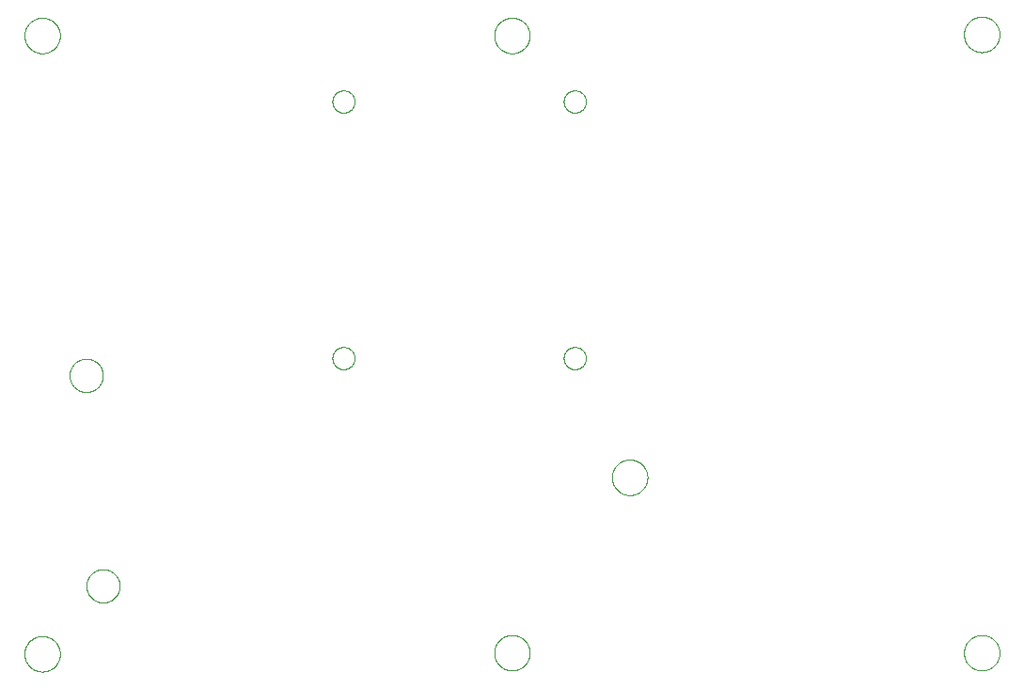
<source format=gbp>
G75*
%MOIN*%
%OFA0B0*%
%FSLAX25Y25*%
%IPPOS*%
%LPD*%
%AMOC8*
5,1,8,0,0,1.08239X$1,22.5*
%
%ADD10C,0.00000*%
D10*
X0040446Y0015423D02*
X0040448Y0015581D01*
X0040454Y0015739D01*
X0040464Y0015897D01*
X0040478Y0016055D01*
X0040496Y0016212D01*
X0040517Y0016369D01*
X0040543Y0016525D01*
X0040573Y0016681D01*
X0040606Y0016836D01*
X0040644Y0016989D01*
X0040685Y0017142D01*
X0040730Y0017294D01*
X0040779Y0017445D01*
X0040832Y0017594D01*
X0040888Y0017742D01*
X0040948Y0017888D01*
X0041012Y0018033D01*
X0041080Y0018176D01*
X0041151Y0018318D01*
X0041225Y0018458D01*
X0041303Y0018595D01*
X0041385Y0018731D01*
X0041469Y0018865D01*
X0041558Y0018996D01*
X0041649Y0019125D01*
X0041744Y0019252D01*
X0041841Y0019377D01*
X0041942Y0019499D01*
X0042046Y0019618D01*
X0042153Y0019735D01*
X0042263Y0019849D01*
X0042376Y0019960D01*
X0042491Y0020069D01*
X0042609Y0020174D01*
X0042730Y0020276D01*
X0042853Y0020376D01*
X0042979Y0020472D01*
X0043107Y0020565D01*
X0043237Y0020655D01*
X0043370Y0020741D01*
X0043505Y0020825D01*
X0043641Y0020904D01*
X0043780Y0020981D01*
X0043921Y0021053D01*
X0044063Y0021123D01*
X0044207Y0021188D01*
X0044353Y0021250D01*
X0044500Y0021308D01*
X0044649Y0021363D01*
X0044799Y0021414D01*
X0044950Y0021461D01*
X0045102Y0021504D01*
X0045255Y0021543D01*
X0045410Y0021579D01*
X0045565Y0021610D01*
X0045721Y0021638D01*
X0045877Y0021662D01*
X0046034Y0021682D01*
X0046192Y0021698D01*
X0046349Y0021710D01*
X0046508Y0021718D01*
X0046666Y0021722D01*
X0046824Y0021722D01*
X0046982Y0021718D01*
X0047141Y0021710D01*
X0047298Y0021698D01*
X0047456Y0021682D01*
X0047613Y0021662D01*
X0047769Y0021638D01*
X0047925Y0021610D01*
X0048080Y0021579D01*
X0048235Y0021543D01*
X0048388Y0021504D01*
X0048540Y0021461D01*
X0048691Y0021414D01*
X0048841Y0021363D01*
X0048990Y0021308D01*
X0049137Y0021250D01*
X0049283Y0021188D01*
X0049427Y0021123D01*
X0049569Y0021053D01*
X0049710Y0020981D01*
X0049849Y0020904D01*
X0049985Y0020825D01*
X0050120Y0020741D01*
X0050253Y0020655D01*
X0050383Y0020565D01*
X0050511Y0020472D01*
X0050637Y0020376D01*
X0050760Y0020276D01*
X0050881Y0020174D01*
X0050999Y0020069D01*
X0051114Y0019960D01*
X0051227Y0019849D01*
X0051337Y0019735D01*
X0051444Y0019618D01*
X0051548Y0019499D01*
X0051649Y0019377D01*
X0051746Y0019252D01*
X0051841Y0019125D01*
X0051932Y0018996D01*
X0052021Y0018865D01*
X0052105Y0018731D01*
X0052187Y0018595D01*
X0052265Y0018458D01*
X0052339Y0018318D01*
X0052410Y0018176D01*
X0052478Y0018033D01*
X0052542Y0017888D01*
X0052602Y0017742D01*
X0052658Y0017594D01*
X0052711Y0017445D01*
X0052760Y0017294D01*
X0052805Y0017142D01*
X0052846Y0016989D01*
X0052884Y0016836D01*
X0052917Y0016681D01*
X0052947Y0016525D01*
X0052973Y0016369D01*
X0052994Y0016212D01*
X0053012Y0016055D01*
X0053026Y0015897D01*
X0053036Y0015739D01*
X0053042Y0015581D01*
X0053044Y0015423D01*
X0053042Y0015265D01*
X0053036Y0015107D01*
X0053026Y0014949D01*
X0053012Y0014791D01*
X0052994Y0014634D01*
X0052973Y0014477D01*
X0052947Y0014321D01*
X0052917Y0014165D01*
X0052884Y0014010D01*
X0052846Y0013857D01*
X0052805Y0013704D01*
X0052760Y0013552D01*
X0052711Y0013401D01*
X0052658Y0013252D01*
X0052602Y0013104D01*
X0052542Y0012958D01*
X0052478Y0012813D01*
X0052410Y0012670D01*
X0052339Y0012528D01*
X0052265Y0012388D01*
X0052187Y0012251D01*
X0052105Y0012115D01*
X0052021Y0011981D01*
X0051932Y0011850D01*
X0051841Y0011721D01*
X0051746Y0011594D01*
X0051649Y0011469D01*
X0051548Y0011347D01*
X0051444Y0011228D01*
X0051337Y0011111D01*
X0051227Y0010997D01*
X0051114Y0010886D01*
X0050999Y0010777D01*
X0050881Y0010672D01*
X0050760Y0010570D01*
X0050637Y0010470D01*
X0050511Y0010374D01*
X0050383Y0010281D01*
X0050253Y0010191D01*
X0050120Y0010105D01*
X0049985Y0010021D01*
X0049849Y0009942D01*
X0049710Y0009865D01*
X0049569Y0009793D01*
X0049427Y0009723D01*
X0049283Y0009658D01*
X0049137Y0009596D01*
X0048990Y0009538D01*
X0048841Y0009483D01*
X0048691Y0009432D01*
X0048540Y0009385D01*
X0048388Y0009342D01*
X0048235Y0009303D01*
X0048080Y0009267D01*
X0047925Y0009236D01*
X0047769Y0009208D01*
X0047613Y0009184D01*
X0047456Y0009164D01*
X0047298Y0009148D01*
X0047141Y0009136D01*
X0046982Y0009128D01*
X0046824Y0009124D01*
X0046666Y0009124D01*
X0046508Y0009128D01*
X0046349Y0009136D01*
X0046192Y0009148D01*
X0046034Y0009164D01*
X0045877Y0009184D01*
X0045721Y0009208D01*
X0045565Y0009236D01*
X0045410Y0009267D01*
X0045255Y0009303D01*
X0045102Y0009342D01*
X0044950Y0009385D01*
X0044799Y0009432D01*
X0044649Y0009483D01*
X0044500Y0009538D01*
X0044353Y0009596D01*
X0044207Y0009658D01*
X0044063Y0009723D01*
X0043921Y0009793D01*
X0043780Y0009865D01*
X0043641Y0009942D01*
X0043505Y0010021D01*
X0043370Y0010105D01*
X0043237Y0010191D01*
X0043107Y0010281D01*
X0042979Y0010374D01*
X0042853Y0010470D01*
X0042730Y0010570D01*
X0042609Y0010672D01*
X0042491Y0010777D01*
X0042376Y0010886D01*
X0042263Y0010997D01*
X0042153Y0011111D01*
X0042046Y0011228D01*
X0041942Y0011347D01*
X0041841Y0011469D01*
X0041744Y0011594D01*
X0041649Y0011721D01*
X0041558Y0011850D01*
X0041469Y0011981D01*
X0041385Y0012115D01*
X0041303Y0012251D01*
X0041225Y0012388D01*
X0041151Y0012528D01*
X0041080Y0012670D01*
X0041012Y0012813D01*
X0040948Y0012958D01*
X0040888Y0013104D01*
X0040832Y0013252D01*
X0040779Y0013401D01*
X0040730Y0013552D01*
X0040685Y0013704D01*
X0040644Y0013857D01*
X0040606Y0014010D01*
X0040573Y0014165D01*
X0040543Y0014321D01*
X0040517Y0014477D01*
X0040496Y0014634D01*
X0040478Y0014791D01*
X0040464Y0014949D01*
X0040454Y0015107D01*
X0040448Y0015265D01*
X0040446Y0015423D01*
X0062404Y0039537D02*
X0062406Y0039690D01*
X0062412Y0039844D01*
X0062422Y0039997D01*
X0062436Y0040149D01*
X0062454Y0040302D01*
X0062476Y0040453D01*
X0062501Y0040604D01*
X0062531Y0040755D01*
X0062565Y0040905D01*
X0062602Y0041053D01*
X0062643Y0041201D01*
X0062688Y0041347D01*
X0062737Y0041493D01*
X0062790Y0041637D01*
X0062846Y0041779D01*
X0062906Y0041920D01*
X0062970Y0042060D01*
X0063037Y0042198D01*
X0063108Y0042334D01*
X0063183Y0042468D01*
X0063260Y0042600D01*
X0063342Y0042730D01*
X0063426Y0042858D01*
X0063514Y0042984D01*
X0063605Y0043107D01*
X0063699Y0043228D01*
X0063797Y0043346D01*
X0063897Y0043462D01*
X0064001Y0043575D01*
X0064107Y0043686D01*
X0064216Y0043794D01*
X0064328Y0043899D01*
X0064442Y0044000D01*
X0064560Y0044099D01*
X0064679Y0044195D01*
X0064801Y0044288D01*
X0064926Y0044377D01*
X0065053Y0044464D01*
X0065182Y0044546D01*
X0065313Y0044626D01*
X0065446Y0044702D01*
X0065581Y0044775D01*
X0065718Y0044844D01*
X0065857Y0044909D01*
X0065997Y0044971D01*
X0066139Y0045029D01*
X0066282Y0045084D01*
X0066427Y0045135D01*
X0066573Y0045182D01*
X0066720Y0045225D01*
X0066868Y0045264D01*
X0067017Y0045300D01*
X0067167Y0045331D01*
X0067318Y0045359D01*
X0067469Y0045383D01*
X0067622Y0045403D01*
X0067774Y0045419D01*
X0067927Y0045431D01*
X0068080Y0045439D01*
X0068233Y0045443D01*
X0068387Y0045443D01*
X0068540Y0045439D01*
X0068693Y0045431D01*
X0068846Y0045419D01*
X0068998Y0045403D01*
X0069151Y0045383D01*
X0069302Y0045359D01*
X0069453Y0045331D01*
X0069603Y0045300D01*
X0069752Y0045264D01*
X0069900Y0045225D01*
X0070047Y0045182D01*
X0070193Y0045135D01*
X0070338Y0045084D01*
X0070481Y0045029D01*
X0070623Y0044971D01*
X0070763Y0044909D01*
X0070902Y0044844D01*
X0071039Y0044775D01*
X0071174Y0044702D01*
X0071307Y0044626D01*
X0071438Y0044546D01*
X0071567Y0044464D01*
X0071694Y0044377D01*
X0071819Y0044288D01*
X0071941Y0044195D01*
X0072060Y0044099D01*
X0072178Y0044000D01*
X0072292Y0043899D01*
X0072404Y0043794D01*
X0072513Y0043686D01*
X0072619Y0043575D01*
X0072723Y0043462D01*
X0072823Y0043346D01*
X0072921Y0043228D01*
X0073015Y0043107D01*
X0073106Y0042984D01*
X0073194Y0042858D01*
X0073278Y0042730D01*
X0073360Y0042600D01*
X0073437Y0042468D01*
X0073512Y0042334D01*
X0073583Y0042198D01*
X0073650Y0042060D01*
X0073714Y0041920D01*
X0073774Y0041779D01*
X0073830Y0041637D01*
X0073883Y0041493D01*
X0073932Y0041347D01*
X0073977Y0041201D01*
X0074018Y0041053D01*
X0074055Y0040905D01*
X0074089Y0040755D01*
X0074119Y0040604D01*
X0074144Y0040453D01*
X0074166Y0040302D01*
X0074184Y0040149D01*
X0074198Y0039997D01*
X0074208Y0039844D01*
X0074214Y0039690D01*
X0074216Y0039537D01*
X0074214Y0039384D01*
X0074208Y0039230D01*
X0074198Y0039077D01*
X0074184Y0038925D01*
X0074166Y0038772D01*
X0074144Y0038621D01*
X0074119Y0038470D01*
X0074089Y0038319D01*
X0074055Y0038169D01*
X0074018Y0038021D01*
X0073977Y0037873D01*
X0073932Y0037727D01*
X0073883Y0037581D01*
X0073830Y0037437D01*
X0073774Y0037295D01*
X0073714Y0037154D01*
X0073650Y0037014D01*
X0073583Y0036876D01*
X0073512Y0036740D01*
X0073437Y0036606D01*
X0073360Y0036474D01*
X0073278Y0036344D01*
X0073194Y0036216D01*
X0073106Y0036090D01*
X0073015Y0035967D01*
X0072921Y0035846D01*
X0072823Y0035728D01*
X0072723Y0035612D01*
X0072619Y0035499D01*
X0072513Y0035388D01*
X0072404Y0035280D01*
X0072292Y0035175D01*
X0072178Y0035074D01*
X0072060Y0034975D01*
X0071941Y0034879D01*
X0071819Y0034786D01*
X0071694Y0034697D01*
X0071567Y0034610D01*
X0071438Y0034528D01*
X0071307Y0034448D01*
X0071174Y0034372D01*
X0071039Y0034299D01*
X0070902Y0034230D01*
X0070763Y0034165D01*
X0070623Y0034103D01*
X0070481Y0034045D01*
X0070338Y0033990D01*
X0070193Y0033939D01*
X0070047Y0033892D01*
X0069900Y0033849D01*
X0069752Y0033810D01*
X0069603Y0033774D01*
X0069453Y0033743D01*
X0069302Y0033715D01*
X0069151Y0033691D01*
X0068998Y0033671D01*
X0068846Y0033655D01*
X0068693Y0033643D01*
X0068540Y0033635D01*
X0068387Y0033631D01*
X0068233Y0033631D01*
X0068080Y0033635D01*
X0067927Y0033643D01*
X0067774Y0033655D01*
X0067622Y0033671D01*
X0067469Y0033691D01*
X0067318Y0033715D01*
X0067167Y0033743D01*
X0067017Y0033774D01*
X0066868Y0033810D01*
X0066720Y0033849D01*
X0066573Y0033892D01*
X0066427Y0033939D01*
X0066282Y0033990D01*
X0066139Y0034045D01*
X0065997Y0034103D01*
X0065857Y0034165D01*
X0065718Y0034230D01*
X0065581Y0034299D01*
X0065446Y0034372D01*
X0065313Y0034448D01*
X0065182Y0034528D01*
X0065053Y0034610D01*
X0064926Y0034697D01*
X0064801Y0034786D01*
X0064679Y0034879D01*
X0064560Y0034975D01*
X0064442Y0035074D01*
X0064328Y0035175D01*
X0064216Y0035280D01*
X0064107Y0035388D01*
X0064001Y0035499D01*
X0063897Y0035612D01*
X0063797Y0035728D01*
X0063699Y0035846D01*
X0063605Y0035967D01*
X0063514Y0036090D01*
X0063426Y0036216D01*
X0063342Y0036344D01*
X0063260Y0036474D01*
X0063183Y0036606D01*
X0063108Y0036740D01*
X0063037Y0036876D01*
X0062970Y0037014D01*
X0062906Y0037154D01*
X0062846Y0037295D01*
X0062790Y0037437D01*
X0062737Y0037581D01*
X0062688Y0037727D01*
X0062643Y0037873D01*
X0062602Y0038021D01*
X0062565Y0038169D01*
X0062531Y0038319D01*
X0062501Y0038470D01*
X0062476Y0038621D01*
X0062454Y0038772D01*
X0062436Y0038925D01*
X0062422Y0039077D01*
X0062412Y0039230D01*
X0062406Y0039384D01*
X0062404Y0039537D01*
X0056469Y0114183D02*
X0056471Y0114336D01*
X0056477Y0114490D01*
X0056487Y0114643D01*
X0056501Y0114795D01*
X0056519Y0114948D01*
X0056541Y0115099D01*
X0056566Y0115250D01*
X0056596Y0115401D01*
X0056630Y0115551D01*
X0056667Y0115699D01*
X0056708Y0115847D01*
X0056753Y0115993D01*
X0056802Y0116139D01*
X0056855Y0116283D01*
X0056911Y0116425D01*
X0056971Y0116566D01*
X0057035Y0116706D01*
X0057102Y0116844D01*
X0057173Y0116980D01*
X0057248Y0117114D01*
X0057325Y0117246D01*
X0057407Y0117376D01*
X0057491Y0117504D01*
X0057579Y0117630D01*
X0057670Y0117753D01*
X0057764Y0117874D01*
X0057862Y0117992D01*
X0057962Y0118108D01*
X0058066Y0118221D01*
X0058172Y0118332D01*
X0058281Y0118440D01*
X0058393Y0118545D01*
X0058507Y0118646D01*
X0058625Y0118745D01*
X0058744Y0118841D01*
X0058866Y0118934D01*
X0058991Y0119023D01*
X0059118Y0119110D01*
X0059247Y0119192D01*
X0059378Y0119272D01*
X0059511Y0119348D01*
X0059646Y0119421D01*
X0059783Y0119490D01*
X0059922Y0119555D01*
X0060062Y0119617D01*
X0060204Y0119675D01*
X0060347Y0119730D01*
X0060492Y0119781D01*
X0060638Y0119828D01*
X0060785Y0119871D01*
X0060933Y0119910D01*
X0061082Y0119946D01*
X0061232Y0119977D01*
X0061383Y0120005D01*
X0061534Y0120029D01*
X0061687Y0120049D01*
X0061839Y0120065D01*
X0061992Y0120077D01*
X0062145Y0120085D01*
X0062298Y0120089D01*
X0062452Y0120089D01*
X0062605Y0120085D01*
X0062758Y0120077D01*
X0062911Y0120065D01*
X0063063Y0120049D01*
X0063216Y0120029D01*
X0063367Y0120005D01*
X0063518Y0119977D01*
X0063668Y0119946D01*
X0063817Y0119910D01*
X0063965Y0119871D01*
X0064112Y0119828D01*
X0064258Y0119781D01*
X0064403Y0119730D01*
X0064546Y0119675D01*
X0064688Y0119617D01*
X0064828Y0119555D01*
X0064967Y0119490D01*
X0065104Y0119421D01*
X0065239Y0119348D01*
X0065372Y0119272D01*
X0065503Y0119192D01*
X0065632Y0119110D01*
X0065759Y0119023D01*
X0065884Y0118934D01*
X0066006Y0118841D01*
X0066125Y0118745D01*
X0066243Y0118646D01*
X0066357Y0118545D01*
X0066469Y0118440D01*
X0066578Y0118332D01*
X0066684Y0118221D01*
X0066788Y0118108D01*
X0066888Y0117992D01*
X0066986Y0117874D01*
X0067080Y0117753D01*
X0067171Y0117630D01*
X0067259Y0117504D01*
X0067343Y0117376D01*
X0067425Y0117246D01*
X0067502Y0117114D01*
X0067577Y0116980D01*
X0067648Y0116844D01*
X0067715Y0116706D01*
X0067779Y0116566D01*
X0067839Y0116425D01*
X0067895Y0116283D01*
X0067948Y0116139D01*
X0067997Y0115993D01*
X0068042Y0115847D01*
X0068083Y0115699D01*
X0068120Y0115551D01*
X0068154Y0115401D01*
X0068184Y0115250D01*
X0068209Y0115099D01*
X0068231Y0114948D01*
X0068249Y0114795D01*
X0068263Y0114643D01*
X0068273Y0114490D01*
X0068279Y0114336D01*
X0068281Y0114183D01*
X0068279Y0114030D01*
X0068273Y0113876D01*
X0068263Y0113723D01*
X0068249Y0113571D01*
X0068231Y0113418D01*
X0068209Y0113267D01*
X0068184Y0113116D01*
X0068154Y0112965D01*
X0068120Y0112815D01*
X0068083Y0112667D01*
X0068042Y0112519D01*
X0067997Y0112373D01*
X0067948Y0112227D01*
X0067895Y0112083D01*
X0067839Y0111941D01*
X0067779Y0111800D01*
X0067715Y0111660D01*
X0067648Y0111522D01*
X0067577Y0111386D01*
X0067502Y0111252D01*
X0067425Y0111120D01*
X0067343Y0110990D01*
X0067259Y0110862D01*
X0067171Y0110736D01*
X0067080Y0110613D01*
X0066986Y0110492D01*
X0066888Y0110374D01*
X0066788Y0110258D01*
X0066684Y0110145D01*
X0066578Y0110034D01*
X0066469Y0109926D01*
X0066357Y0109821D01*
X0066243Y0109720D01*
X0066125Y0109621D01*
X0066006Y0109525D01*
X0065884Y0109432D01*
X0065759Y0109343D01*
X0065632Y0109256D01*
X0065503Y0109174D01*
X0065372Y0109094D01*
X0065239Y0109018D01*
X0065104Y0108945D01*
X0064967Y0108876D01*
X0064828Y0108811D01*
X0064688Y0108749D01*
X0064546Y0108691D01*
X0064403Y0108636D01*
X0064258Y0108585D01*
X0064112Y0108538D01*
X0063965Y0108495D01*
X0063817Y0108456D01*
X0063668Y0108420D01*
X0063518Y0108389D01*
X0063367Y0108361D01*
X0063216Y0108337D01*
X0063063Y0108317D01*
X0062911Y0108301D01*
X0062758Y0108289D01*
X0062605Y0108281D01*
X0062452Y0108277D01*
X0062298Y0108277D01*
X0062145Y0108281D01*
X0061992Y0108289D01*
X0061839Y0108301D01*
X0061687Y0108317D01*
X0061534Y0108337D01*
X0061383Y0108361D01*
X0061232Y0108389D01*
X0061082Y0108420D01*
X0060933Y0108456D01*
X0060785Y0108495D01*
X0060638Y0108538D01*
X0060492Y0108585D01*
X0060347Y0108636D01*
X0060204Y0108691D01*
X0060062Y0108749D01*
X0059922Y0108811D01*
X0059783Y0108876D01*
X0059646Y0108945D01*
X0059511Y0109018D01*
X0059378Y0109094D01*
X0059247Y0109174D01*
X0059118Y0109256D01*
X0058991Y0109343D01*
X0058866Y0109432D01*
X0058744Y0109525D01*
X0058625Y0109621D01*
X0058507Y0109720D01*
X0058393Y0109821D01*
X0058281Y0109926D01*
X0058172Y0110034D01*
X0058066Y0110145D01*
X0057962Y0110258D01*
X0057862Y0110374D01*
X0057764Y0110492D01*
X0057670Y0110613D01*
X0057579Y0110736D01*
X0057491Y0110862D01*
X0057407Y0110990D01*
X0057325Y0111120D01*
X0057248Y0111252D01*
X0057173Y0111386D01*
X0057102Y0111522D01*
X0057035Y0111660D01*
X0056971Y0111800D01*
X0056911Y0111941D01*
X0056855Y0112083D01*
X0056802Y0112227D01*
X0056753Y0112373D01*
X0056708Y0112519D01*
X0056667Y0112667D01*
X0056630Y0112815D01*
X0056596Y0112965D01*
X0056566Y0113116D01*
X0056541Y0113267D01*
X0056519Y0113418D01*
X0056501Y0113571D01*
X0056487Y0113723D01*
X0056477Y0113876D01*
X0056471Y0114030D01*
X0056469Y0114183D01*
X0149623Y0120287D02*
X0149625Y0120412D01*
X0149631Y0120537D01*
X0149641Y0120661D01*
X0149655Y0120785D01*
X0149672Y0120909D01*
X0149694Y0121032D01*
X0149720Y0121154D01*
X0149749Y0121276D01*
X0149782Y0121396D01*
X0149820Y0121515D01*
X0149860Y0121634D01*
X0149905Y0121750D01*
X0149953Y0121865D01*
X0150005Y0121979D01*
X0150061Y0122091D01*
X0150120Y0122201D01*
X0150182Y0122309D01*
X0150248Y0122416D01*
X0150317Y0122520D01*
X0150390Y0122621D01*
X0150465Y0122721D01*
X0150544Y0122818D01*
X0150626Y0122912D01*
X0150711Y0123004D01*
X0150798Y0123093D01*
X0150889Y0123179D01*
X0150982Y0123262D01*
X0151078Y0123343D01*
X0151176Y0123420D01*
X0151276Y0123494D01*
X0151379Y0123565D01*
X0151484Y0123632D01*
X0151592Y0123697D01*
X0151701Y0123757D01*
X0151812Y0123815D01*
X0151925Y0123868D01*
X0152039Y0123918D01*
X0152155Y0123965D01*
X0152272Y0124007D01*
X0152391Y0124046D01*
X0152511Y0124082D01*
X0152632Y0124113D01*
X0152754Y0124141D01*
X0152876Y0124164D01*
X0153000Y0124184D01*
X0153124Y0124200D01*
X0153248Y0124212D01*
X0153373Y0124220D01*
X0153498Y0124224D01*
X0153622Y0124224D01*
X0153747Y0124220D01*
X0153872Y0124212D01*
X0153996Y0124200D01*
X0154120Y0124184D01*
X0154244Y0124164D01*
X0154366Y0124141D01*
X0154488Y0124113D01*
X0154609Y0124082D01*
X0154729Y0124046D01*
X0154848Y0124007D01*
X0154965Y0123965D01*
X0155081Y0123918D01*
X0155195Y0123868D01*
X0155308Y0123815D01*
X0155419Y0123757D01*
X0155529Y0123697D01*
X0155636Y0123632D01*
X0155741Y0123565D01*
X0155844Y0123494D01*
X0155944Y0123420D01*
X0156042Y0123343D01*
X0156138Y0123262D01*
X0156231Y0123179D01*
X0156322Y0123093D01*
X0156409Y0123004D01*
X0156494Y0122912D01*
X0156576Y0122818D01*
X0156655Y0122721D01*
X0156730Y0122621D01*
X0156803Y0122520D01*
X0156872Y0122416D01*
X0156938Y0122309D01*
X0157000Y0122201D01*
X0157059Y0122091D01*
X0157115Y0121979D01*
X0157167Y0121865D01*
X0157215Y0121750D01*
X0157260Y0121634D01*
X0157300Y0121515D01*
X0157338Y0121396D01*
X0157371Y0121276D01*
X0157400Y0121154D01*
X0157426Y0121032D01*
X0157448Y0120909D01*
X0157465Y0120785D01*
X0157479Y0120661D01*
X0157489Y0120537D01*
X0157495Y0120412D01*
X0157497Y0120287D01*
X0157495Y0120162D01*
X0157489Y0120037D01*
X0157479Y0119913D01*
X0157465Y0119789D01*
X0157448Y0119665D01*
X0157426Y0119542D01*
X0157400Y0119420D01*
X0157371Y0119298D01*
X0157338Y0119178D01*
X0157300Y0119059D01*
X0157260Y0118940D01*
X0157215Y0118824D01*
X0157167Y0118709D01*
X0157115Y0118595D01*
X0157059Y0118483D01*
X0157000Y0118373D01*
X0156938Y0118265D01*
X0156872Y0118158D01*
X0156803Y0118054D01*
X0156730Y0117953D01*
X0156655Y0117853D01*
X0156576Y0117756D01*
X0156494Y0117662D01*
X0156409Y0117570D01*
X0156322Y0117481D01*
X0156231Y0117395D01*
X0156138Y0117312D01*
X0156042Y0117231D01*
X0155944Y0117154D01*
X0155844Y0117080D01*
X0155741Y0117009D01*
X0155636Y0116942D01*
X0155528Y0116877D01*
X0155419Y0116817D01*
X0155308Y0116759D01*
X0155195Y0116706D01*
X0155081Y0116656D01*
X0154965Y0116609D01*
X0154848Y0116567D01*
X0154729Y0116528D01*
X0154609Y0116492D01*
X0154488Y0116461D01*
X0154366Y0116433D01*
X0154244Y0116410D01*
X0154120Y0116390D01*
X0153996Y0116374D01*
X0153872Y0116362D01*
X0153747Y0116354D01*
X0153622Y0116350D01*
X0153498Y0116350D01*
X0153373Y0116354D01*
X0153248Y0116362D01*
X0153124Y0116374D01*
X0153000Y0116390D01*
X0152876Y0116410D01*
X0152754Y0116433D01*
X0152632Y0116461D01*
X0152511Y0116492D01*
X0152391Y0116528D01*
X0152272Y0116567D01*
X0152155Y0116609D01*
X0152039Y0116656D01*
X0151925Y0116706D01*
X0151812Y0116759D01*
X0151701Y0116817D01*
X0151591Y0116877D01*
X0151484Y0116942D01*
X0151379Y0117009D01*
X0151276Y0117080D01*
X0151176Y0117154D01*
X0151078Y0117231D01*
X0150982Y0117312D01*
X0150889Y0117395D01*
X0150798Y0117481D01*
X0150711Y0117570D01*
X0150626Y0117662D01*
X0150544Y0117756D01*
X0150465Y0117853D01*
X0150390Y0117953D01*
X0150317Y0118054D01*
X0150248Y0118158D01*
X0150182Y0118265D01*
X0150120Y0118373D01*
X0150061Y0118483D01*
X0150005Y0118595D01*
X0149953Y0118709D01*
X0149905Y0118824D01*
X0149860Y0118940D01*
X0149820Y0119059D01*
X0149782Y0119178D01*
X0149749Y0119298D01*
X0149720Y0119420D01*
X0149694Y0119542D01*
X0149672Y0119665D01*
X0149655Y0119789D01*
X0149641Y0119913D01*
X0149631Y0120037D01*
X0149625Y0120162D01*
X0149623Y0120287D01*
X0231623Y0120287D02*
X0231625Y0120412D01*
X0231631Y0120537D01*
X0231641Y0120661D01*
X0231655Y0120785D01*
X0231672Y0120909D01*
X0231694Y0121032D01*
X0231720Y0121154D01*
X0231749Y0121276D01*
X0231782Y0121396D01*
X0231820Y0121515D01*
X0231860Y0121634D01*
X0231905Y0121750D01*
X0231953Y0121865D01*
X0232005Y0121979D01*
X0232061Y0122091D01*
X0232120Y0122201D01*
X0232182Y0122309D01*
X0232248Y0122416D01*
X0232317Y0122520D01*
X0232390Y0122621D01*
X0232465Y0122721D01*
X0232544Y0122818D01*
X0232626Y0122912D01*
X0232711Y0123004D01*
X0232798Y0123093D01*
X0232889Y0123179D01*
X0232982Y0123262D01*
X0233078Y0123343D01*
X0233176Y0123420D01*
X0233276Y0123494D01*
X0233379Y0123565D01*
X0233484Y0123632D01*
X0233592Y0123697D01*
X0233701Y0123757D01*
X0233812Y0123815D01*
X0233925Y0123868D01*
X0234039Y0123918D01*
X0234155Y0123965D01*
X0234272Y0124007D01*
X0234391Y0124046D01*
X0234511Y0124082D01*
X0234632Y0124113D01*
X0234754Y0124141D01*
X0234876Y0124164D01*
X0235000Y0124184D01*
X0235124Y0124200D01*
X0235248Y0124212D01*
X0235373Y0124220D01*
X0235498Y0124224D01*
X0235622Y0124224D01*
X0235747Y0124220D01*
X0235872Y0124212D01*
X0235996Y0124200D01*
X0236120Y0124184D01*
X0236244Y0124164D01*
X0236366Y0124141D01*
X0236488Y0124113D01*
X0236609Y0124082D01*
X0236729Y0124046D01*
X0236848Y0124007D01*
X0236965Y0123965D01*
X0237081Y0123918D01*
X0237195Y0123868D01*
X0237308Y0123815D01*
X0237419Y0123757D01*
X0237529Y0123697D01*
X0237636Y0123632D01*
X0237741Y0123565D01*
X0237844Y0123494D01*
X0237944Y0123420D01*
X0238042Y0123343D01*
X0238138Y0123262D01*
X0238231Y0123179D01*
X0238322Y0123093D01*
X0238409Y0123004D01*
X0238494Y0122912D01*
X0238576Y0122818D01*
X0238655Y0122721D01*
X0238730Y0122621D01*
X0238803Y0122520D01*
X0238872Y0122416D01*
X0238938Y0122309D01*
X0239000Y0122201D01*
X0239059Y0122091D01*
X0239115Y0121979D01*
X0239167Y0121865D01*
X0239215Y0121750D01*
X0239260Y0121634D01*
X0239300Y0121515D01*
X0239338Y0121396D01*
X0239371Y0121276D01*
X0239400Y0121154D01*
X0239426Y0121032D01*
X0239448Y0120909D01*
X0239465Y0120785D01*
X0239479Y0120661D01*
X0239489Y0120537D01*
X0239495Y0120412D01*
X0239497Y0120287D01*
X0239495Y0120162D01*
X0239489Y0120037D01*
X0239479Y0119913D01*
X0239465Y0119789D01*
X0239448Y0119665D01*
X0239426Y0119542D01*
X0239400Y0119420D01*
X0239371Y0119298D01*
X0239338Y0119178D01*
X0239300Y0119059D01*
X0239260Y0118940D01*
X0239215Y0118824D01*
X0239167Y0118709D01*
X0239115Y0118595D01*
X0239059Y0118483D01*
X0239000Y0118373D01*
X0238938Y0118265D01*
X0238872Y0118158D01*
X0238803Y0118054D01*
X0238730Y0117953D01*
X0238655Y0117853D01*
X0238576Y0117756D01*
X0238494Y0117662D01*
X0238409Y0117570D01*
X0238322Y0117481D01*
X0238231Y0117395D01*
X0238138Y0117312D01*
X0238042Y0117231D01*
X0237944Y0117154D01*
X0237844Y0117080D01*
X0237741Y0117009D01*
X0237636Y0116942D01*
X0237528Y0116877D01*
X0237419Y0116817D01*
X0237308Y0116759D01*
X0237195Y0116706D01*
X0237081Y0116656D01*
X0236965Y0116609D01*
X0236848Y0116567D01*
X0236729Y0116528D01*
X0236609Y0116492D01*
X0236488Y0116461D01*
X0236366Y0116433D01*
X0236244Y0116410D01*
X0236120Y0116390D01*
X0235996Y0116374D01*
X0235872Y0116362D01*
X0235747Y0116354D01*
X0235622Y0116350D01*
X0235498Y0116350D01*
X0235373Y0116354D01*
X0235248Y0116362D01*
X0235124Y0116374D01*
X0235000Y0116390D01*
X0234876Y0116410D01*
X0234754Y0116433D01*
X0234632Y0116461D01*
X0234511Y0116492D01*
X0234391Y0116528D01*
X0234272Y0116567D01*
X0234155Y0116609D01*
X0234039Y0116656D01*
X0233925Y0116706D01*
X0233812Y0116759D01*
X0233701Y0116817D01*
X0233591Y0116877D01*
X0233484Y0116942D01*
X0233379Y0117009D01*
X0233276Y0117080D01*
X0233176Y0117154D01*
X0233078Y0117231D01*
X0232982Y0117312D01*
X0232889Y0117395D01*
X0232798Y0117481D01*
X0232711Y0117570D01*
X0232626Y0117662D01*
X0232544Y0117756D01*
X0232465Y0117853D01*
X0232390Y0117953D01*
X0232317Y0118054D01*
X0232248Y0118158D01*
X0232182Y0118265D01*
X0232120Y0118373D01*
X0232061Y0118483D01*
X0232005Y0118595D01*
X0231953Y0118709D01*
X0231905Y0118824D01*
X0231860Y0118940D01*
X0231820Y0119059D01*
X0231782Y0119178D01*
X0231749Y0119298D01*
X0231720Y0119420D01*
X0231694Y0119542D01*
X0231672Y0119665D01*
X0231655Y0119789D01*
X0231641Y0119913D01*
X0231631Y0120037D01*
X0231625Y0120162D01*
X0231623Y0120287D01*
X0248714Y0078022D02*
X0248716Y0078180D01*
X0248722Y0078338D01*
X0248732Y0078496D01*
X0248746Y0078654D01*
X0248764Y0078811D01*
X0248785Y0078968D01*
X0248811Y0079124D01*
X0248841Y0079280D01*
X0248874Y0079435D01*
X0248912Y0079588D01*
X0248953Y0079741D01*
X0248998Y0079893D01*
X0249047Y0080044D01*
X0249100Y0080193D01*
X0249156Y0080341D01*
X0249216Y0080487D01*
X0249280Y0080632D01*
X0249348Y0080775D01*
X0249419Y0080917D01*
X0249493Y0081057D01*
X0249571Y0081194D01*
X0249653Y0081330D01*
X0249737Y0081464D01*
X0249826Y0081595D01*
X0249917Y0081724D01*
X0250012Y0081851D01*
X0250109Y0081976D01*
X0250210Y0082098D01*
X0250314Y0082217D01*
X0250421Y0082334D01*
X0250531Y0082448D01*
X0250644Y0082559D01*
X0250759Y0082668D01*
X0250877Y0082773D01*
X0250998Y0082875D01*
X0251121Y0082975D01*
X0251247Y0083071D01*
X0251375Y0083164D01*
X0251505Y0083254D01*
X0251638Y0083340D01*
X0251773Y0083424D01*
X0251909Y0083503D01*
X0252048Y0083580D01*
X0252189Y0083652D01*
X0252331Y0083722D01*
X0252475Y0083787D01*
X0252621Y0083849D01*
X0252768Y0083907D01*
X0252917Y0083962D01*
X0253067Y0084013D01*
X0253218Y0084060D01*
X0253370Y0084103D01*
X0253523Y0084142D01*
X0253678Y0084178D01*
X0253833Y0084209D01*
X0253989Y0084237D01*
X0254145Y0084261D01*
X0254302Y0084281D01*
X0254460Y0084297D01*
X0254617Y0084309D01*
X0254776Y0084317D01*
X0254934Y0084321D01*
X0255092Y0084321D01*
X0255250Y0084317D01*
X0255409Y0084309D01*
X0255566Y0084297D01*
X0255724Y0084281D01*
X0255881Y0084261D01*
X0256037Y0084237D01*
X0256193Y0084209D01*
X0256348Y0084178D01*
X0256503Y0084142D01*
X0256656Y0084103D01*
X0256808Y0084060D01*
X0256959Y0084013D01*
X0257109Y0083962D01*
X0257258Y0083907D01*
X0257405Y0083849D01*
X0257551Y0083787D01*
X0257695Y0083722D01*
X0257837Y0083652D01*
X0257978Y0083580D01*
X0258117Y0083503D01*
X0258253Y0083424D01*
X0258388Y0083340D01*
X0258521Y0083254D01*
X0258651Y0083164D01*
X0258779Y0083071D01*
X0258905Y0082975D01*
X0259028Y0082875D01*
X0259149Y0082773D01*
X0259267Y0082668D01*
X0259382Y0082559D01*
X0259495Y0082448D01*
X0259605Y0082334D01*
X0259712Y0082217D01*
X0259816Y0082098D01*
X0259917Y0081976D01*
X0260014Y0081851D01*
X0260109Y0081724D01*
X0260200Y0081595D01*
X0260289Y0081464D01*
X0260373Y0081330D01*
X0260455Y0081194D01*
X0260533Y0081057D01*
X0260607Y0080917D01*
X0260678Y0080775D01*
X0260746Y0080632D01*
X0260810Y0080487D01*
X0260870Y0080341D01*
X0260926Y0080193D01*
X0260979Y0080044D01*
X0261028Y0079893D01*
X0261073Y0079741D01*
X0261114Y0079588D01*
X0261152Y0079435D01*
X0261185Y0079280D01*
X0261215Y0079124D01*
X0261241Y0078968D01*
X0261262Y0078811D01*
X0261280Y0078654D01*
X0261294Y0078496D01*
X0261304Y0078338D01*
X0261310Y0078180D01*
X0261312Y0078022D01*
X0261310Y0077864D01*
X0261304Y0077706D01*
X0261294Y0077548D01*
X0261280Y0077390D01*
X0261262Y0077233D01*
X0261241Y0077076D01*
X0261215Y0076920D01*
X0261185Y0076764D01*
X0261152Y0076609D01*
X0261114Y0076456D01*
X0261073Y0076303D01*
X0261028Y0076151D01*
X0260979Y0076000D01*
X0260926Y0075851D01*
X0260870Y0075703D01*
X0260810Y0075557D01*
X0260746Y0075412D01*
X0260678Y0075269D01*
X0260607Y0075127D01*
X0260533Y0074987D01*
X0260455Y0074850D01*
X0260373Y0074714D01*
X0260289Y0074580D01*
X0260200Y0074449D01*
X0260109Y0074320D01*
X0260014Y0074193D01*
X0259917Y0074068D01*
X0259816Y0073946D01*
X0259712Y0073827D01*
X0259605Y0073710D01*
X0259495Y0073596D01*
X0259382Y0073485D01*
X0259267Y0073376D01*
X0259149Y0073271D01*
X0259028Y0073169D01*
X0258905Y0073069D01*
X0258779Y0072973D01*
X0258651Y0072880D01*
X0258521Y0072790D01*
X0258388Y0072704D01*
X0258253Y0072620D01*
X0258117Y0072541D01*
X0257978Y0072464D01*
X0257837Y0072392D01*
X0257695Y0072322D01*
X0257551Y0072257D01*
X0257405Y0072195D01*
X0257258Y0072137D01*
X0257109Y0072082D01*
X0256959Y0072031D01*
X0256808Y0071984D01*
X0256656Y0071941D01*
X0256503Y0071902D01*
X0256348Y0071866D01*
X0256193Y0071835D01*
X0256037Y0071807D01*
X0255881Y0071783D01*
X0255724Y0071763D01*
X0255566Y0071747D01*
X0255409Y0071735D01*
X0255250Y0071727D01*
X0255092Y0071723D01*
X0254934Y0071723D01*
X0254776Y0071727D01*
X0254617Y0071735D01*
X0254460Y0071747D01*
X0254302Y0071763D01*
X0254145Y0071783D01*
X0253989Y0071807D01*
X0253833Y0071835D01*
X0253678Y0071866D01*
X0253523Y0071902D01*
X0253370Y0071941D01*
X0253218Y0071984D01*
X0253067Y0072031D01*
X0252917Y0072082D01*
X0252768Y0072137D01*
X0252621Y0072195D01*
X0252475Y0072257D01*
X0252331Y0072322D01*
X0252189Y0072392D01*
X0252048Y0072464D01*
X0251909Y0072541D01*
X0251773Y0072620D01*
X0251638Y0072704D01*
X0251505Y0072790D01*
X0251375Y0072880D01*
X0251247Y0072973D01*
X0251121Y0073069D01*
X0250998Y0073169D01*
X0250877Y0073271D01*
X0250759Y0073376D01*
X0250644Y0073485D01*
X0250531Y0073596D01*
X0250421Y0073710D01*
X0250314Y0073827D01*
X0250210Y0073946D01*
X0250109Y0074068D01*
X0250012Y0074193D01*
X0249917Y0074320D01*
X0249826Y0074449D01*
X0249737Y0074580D01*
X0249653Y0074714D01*
X0249571Y0074850D01*
X0249493Y0074987D01*
X0249419Y0075127D01*
X0249348Y0075269D01*
X0249280Y0075412D01*
X0249216Y0075557D01*
X0249156Y0075703D01*
X0249100Y0075851D01*
X0249047Y0076000D01*
X0248998Y0076151D01*
X0248953Y0076303D01*
X0248912Y0076456D01*
X0248874Y0076609D01*
X0248841Y0076764D01*
X0248811Y0076920D01*
X0248785Y0077076D01*
X0248764Y0077233D01*
X0248746Y0077390D01*
X0248732Y0077548D01*
X0248722Y0077706D01*
X0248716Y0077864D01*
X0248714Y0078022D01*
X0206981Y0015817D02*
X0206983Y0015975D01*
X0206989Y0016133D01*
X0206999Y0016291D01*
X0207013Y0016449D01*
X0207031Y0016606D01*
X0207052Y0016763D01*
X0207078Y0016919D01*
X0207108Y0017075D01*
X0207141Y0017230D01*
X0207179Y0017383D01*
X0207220Y0017536D01*
X0207265Y0017688D01*
X0207314Y0017839D01*
X0207367Y0017988D01*
X0207423Y0018136D01*
X0207483Y0018282D01*
X0207547Y0018427D01*
X0207615Y0018570D01*
X0207686Y0018712D01*
X0207760Y0018852D01*
X0207838Y0018989D01*
X0207920Y0019125D01*
X0208004Y0019259D01*
X0208093Y0019390D01*
X0208184Y0019519D01*
X0208279Y0019646D01*
X0208376Y0019771D01*
X0208477Y0019893D01*
X0208581Y0020012D01*
X0208688Y0020129D01*
X0208798Y0020243D01*
X0208911Y0020354D01*
X0209026Y0020463D01*
X0209144Y0020568D01*
X0209265Y0020670D01*
X0209388Y0020770D01*
X0209514Y0020866D01*
X0209642Y0020959D01*
X0209772Y0021049D01*
X0209905Y0021135D01*
X0210040Y0021219D01*
X0210176Y0021298D01*
X0210315Y0021375D01*
X0210456Y0021447D01*
X0210598Y0021517D01*
X0210742Y0021582D01*
X0210888Y0021644D01*
X0211035Y0021702D01*
X0211184Y0021757D01*
X0211334Y0021808D01*
X0211485Y0021855D01*
X0211637Y0021898D01*
X0211790Y0021937D01*
X0211945Y0021973D01*
X0212100Y0022004D01*
X0212256Y0022032D01*
X0212412Y0022056D01*
X0212569Y0022076D01*
X0212727Y0022092D01*
X0212884Y0022104D01*
X0213043Y0022112D01*
X0213201Y0022116D01*
X0213359Y0022116D01*
X0213517Y0022112D01*
X0213676Y0022104D01*
X0213833Y0022092D01*
X0213991Y0022076D01*
X0214148Y0022056D01*
X0214304Y0022032D01*
X0214460Y0022004D01*
X0214615Y0021973D01*
X0214770Y0021937D01*
X0214923Y0021898D01*
X0215075Y0021855D01*
X0215226Y0021808D01*
X0215376Y0021757D01*
X0215525Y0021702D01*
X0215672Y0021644D01*
X0215818Y0021582D01*
X0215962Y0021517D01*
X0216104Y0021447D01*
X0216245Y0021375D01*
X0216384Y0021298D01*
X0216520Y0021219D01*
X0216655Y0021135D01*
X0216788Y0021049D01*
X0216918Y0020959D01*
X0217046Y0020866D01*
X0217172Y0020770D01*
X0217295Y0020670D01*
X0217416Y0020568D01*
X0217534Y0020463D01*
X0217649Y0020354D01*
X0217762Y0020243D01*
X0217872Y0020129D01*
X0217979Y0020012D01*
X0218083Y0019893D01*
X0218184Y0019771D01*
X0218281Y0019646D01*
X0218376Y0019519D01*
X0218467Y0019390D01*
X0218556Y0019259D01*
X0218640Y0019125D01*
X0218722Y0018989D01*
X0218800Y0018852D01*
X0218874Y0018712D01*
X0218945Y0018570D01*
X0219013Y0018427D01*
X0219077Y0018282D01*
X0219137Y0018136D01*
X0219193Y0017988D01*
X0219246Y0017839D01*
X0219295Y0017688D01*
X0219340Y0017536D01*
X0219381Y0017383D01*
X0219419Y0017230D01*
X0219452Y0017075D01*
X0219482Y0016919D01*
X0219508Y0016763D01*
X0219529Y0016606D01*
X0219547Y0016449D01*
X0219561Y0016291D01*
X0219571Y0016133D01*
X0219577Y0015975D01*
X0219579Y0015817D01*
X0219577Y0015659D01*
X0219571Y0015501D01*
X0219561Y0015343D01*
X0219547Y0015185D01*
X0219529Y0015028D01*
X0219508Y0014871D01*
X0219482Y0014715D01*
X0219452Y0014559D01*
X0219419Y0014404D01*
X0219381Y0014251D01*
X0219340Y0014098D01*
X0219295Y0013946D01*
X0219246Y0013795D01*
X0219193Y0013646D01*
X0219137Y0013498D01*
X0219077Y0013352D01*
X0219013Y0013207D01*
X0218945Y0013064D01*
X0218874Y0012922D01*
X0218800Y0012782D01*
X0218722Y0012645D01*
X0218640Y0012509D01*
X0218556Y0012375D01*
X0218467Y0012244D01*
X0218376Y0012115D01*
X0218281Y0011988D01*
X0218184Y0011863D01*
X0218083Y0011741D01*
X0217979Y0011622D01*
X0217872Y0011505D01*
X0217762Y0011391D01*
X0217649Y0011280D01*
X0217534Y0011171D01*
X0217416Y0011066D01*
X0217295Y0010964D01*
X0217172Y0010864D01*
X0217046Y0010768D01*
X0216918Y0010675D01*
X0216788Y0010585D01*
X0216655Y0010499D01*
X0216520Y0010415D01*
X0216384Y0010336D01*
X0216245Y0010259D01*
X0216104Y0010187D01*
X0215962Y0010117D01*
X0215818Y0010052D01*
X0215672Y0009990D01*
X0215525Y0009932D01*
X0215376Y0009877D01*
X0215226Y0009826D01*
X0215075Y0009779D01*
X0214923Y0009736D01*
X0214770Y0009697D01*
X0214615Y0009661D01*
X0214460Y0009630D01*
X0214304Y0009602D01*
X0214148Y0009578D01*
X0213991Y0009558D01*
X0213833Y0009542D01*
X0213676Y0009530D01*
X0213517Y0009522D01*
X0213359Y0009518D01*
X0213201Y0009518D01*
X0213043Y0009522D01*
X0212884Y0009530D01*
X0212727Y0009542D01*
X0212569Y0009558D01*
X0212412Y0009578D01*
X0212256Y0009602D01*
X0212100Y0009630D01*
X0211945Y0009661D01*
X0211790Y0009697D01*
X0211637Y0009736D01*
X0211485Y0009779D01*
X0211334Y0009826D01*
X0211184Y0009877D01*
X0211035Y0009932D01*
X0210888Y0009990D01*
X0210742Y0010052D01*
X0210598Y0010117D01*
X0210456Y0010187D01*
X0210315Y0010259D01*
X0210176Y0010336D01*
X0210040Y0010415D01*
X0209905Y0010499D01*
X0209772Y0010585D01*
X0209642Y0010675D01*
X0209514Y0010768D01*
X0209388Y0010864D01*
X0209265Y0010964D01*
X0209144Y0011066D01*
X0209026Y0011171D01*
X0208911Y0011280D01*
X0208798Y0011391D01*
X0208688Y0011505D01*
X0208581Y0011622D01*
X0208477Y0011741D01*
X0208376Y0011863D01*
X0208279Y0011988D01*
X0208184Y0012115D01*
X0208093Y0012244D01*
X0208004Y0012375D01*
X0207920Y0012509D01*
X0207838Y0012645D01*
X0207760Y0012782D01*
X0207686Y0012922D01*
X0207615Y0013064D01*
X0207547Y0013207D01*
X0207483Y0013352D01*
X0207423Y0013498D01*
X0207367Y0013646D01*
X0207314Y0013795D01*
X0207265Y0013946D01*
X0207220Y0014098D01*
X0207179Y0014251D01*
X0207141Y0014404D01*
X0207108Y0014559D01*
X0207078Y0014715D01*
X0207052Y0014871D01*
X0207031Y0015028D01*
X0207013Y0015185D01*
X0206999Y0015343D01*
X0206989Y0015501D01*
X0206983Y0015659D01*
X0206981Y0015817D01*
X0373517Y0015817D02*
X0373519Y0015975D01*
X0373525Y0016133D01*
X0373535Y0016291D01*
X0373549Y0016449D01*
X0373567Y0016606D01*
X0373588Y0016763D01*
X0373614Y0016919D01*
X0373644Y0017075D01*
X0373677Y0017230D01*
X0373715Y0017383D01*
X0373756Y0017536D01*
X0373801Y0017688D01*
X0373850Y0017839D01*
X0373903Y0017988D01*
X0373959Y0018136D01*
X0374019Y0018282D01*
X0374083Y0018427D01*
X0374151Y0018570D01*
X0374222Y0018712D01*
X0374296Y0018852D01*
X0374374Y0018989D01*
X0374456Y0019125D01*
X0374540Y0019259D01*
X0374629Y0019390D01*
X0374720Y0019519D01*
X0374815Y0019646D01*
X0374912Y0019771D01*
X0375013Y0019893D01*
X0375117Y0020012D01*
X0375224Y0020129D01*
X0375334Y0020243D01*
X0375447Y0020354D01*
X0375562Y0020463D01*
X0375680Y0020568D01*
X0375801Y0020670D01*
X0375924Y0020770D01*
X0376050Y0020866D01*
X0376178Y0020959D01*
X0376308Y0021049D01*
X0376441Y0021135D01*
X0376576Y0021219D01*
X0376712Y0021298D01*
X0376851Y0021375D01*
X0376992Y0021447D01*
X0377134Y0021517D01*
X0377278Y0021582D01*
X0377424Y0021644D01*
X0377571Y0021702D01*
X0377720Y0021757D01*
X0377870Y0021808D01*
X0378021Y0021855D01*
X0378173Y0021898D01*
X0378326Y0021937D01*
X0378481Y0021973D01*
X0378636Y0022004D01*
X0378792Y0022032D01*
X0378948Y0022056D01*
X0379105Y0022076D01*
X0379263Y0022092D01*
X0379420Y0022104D01*
X0379579Y0022112D01*
X0379737Y0022116D01*
X0379895Y0022116D01*
X0380053Y0022112D01*
X0380212Y0022104D01*
X0380369Y0022092D01*
X0380527Y0022076D01*
X0380684Y0022056D01*
X0380840Y0022032D01*
X0380996Y0022004D01*
X0381151Y0021973D01*
X0381306Y0021937D01*
X0381459Y0021898D01*
X0381611Y0021855D01*
X0381762Y0021808D01*
X0381912Y0021757D01*
X0382061Y0021702D01*
X0382208Y0021644D01*
X0382354Y0021582D01*
X0382498Y0021517D01*
X0382640Y0021447D01*
X0382781Y0021375D01*
X0382920Y0021298D01*
X0383056Y0021219D01*
X0383191Y0021135D01*
X0383324Y0021049D01*
X0383454Y0020959D01*
X0383582Y0020866D01*
X0383708Y0020770D01*
X0383831Y0020670D01*
X0383952Y0020568D01*
X0384070Y0020463D01*
X0384185Y0020354D01*
X0384298Y0020243D01*
X0384408Y0020129D01*
X0384515Y0020012D01*
X0384619Y0019893D01*
X0384720Y0019771D01*
X0384817Y0019646D01*
X0384912Y0019519D01*
X0385003Y0019390D01*
X0385092Y0019259D01*
X0385176Y0019125D01*
X0385258Y0018989D01*
X0385336Y0018852D01*
X0385410Y0018712D01*
X0385481Y0018570D01*
X0385549Y0018427D01*
X0385613Y0018282D01*
X0385673Y0018136D01*
X0385729Y0017988D01*
X0385782Y0017839D01*
X0385831Y0017688D01*
X0385876Y0017536D01*
X0385917Y0017383D01*
X0385955Y0017230D01*
X0385988Y0017075D01*
X0386018Y0016919D01*
X0386044Y0016763D01*
X0386065Y0016606D01*
X0386083Y0016449D01*
X0386097Y0016291D01*
X0386107Y0016133D01*
X0386113Y0015975D01*
X0386115Y0015817D01*
X0386113Y0015659D01*
X0386107Y0015501D01*
X0386097Y0015343D01*
X0386083Y0015185D01*
X0386065Y0015028D01*
X0386044Y0014871D01*
X0386018Y0014715D01*
X0385988Y0014559D01*
X0385955Y0014404D01*
X0385917Y0014251D01*
X0385876Y0014098D01*
X0385831Y0013946D01*
X0385782Y0013795D01*
X0385729Y0013646D01*
X0385673Y0013498D01*
X0385613Y0013352D01*
X0385549Y0013207D01*
X0385481Y0013064D01*
X0385410Y0012922D01*
X0385336Y0012782D01*
X0385258Y0012645D01*
X0385176Y0012509D01*
X0385092Y0012375D01*
X0385003Y0012244D01*
X0384912Y0012115D01*
X0384817Y0011988D01*
X0384720Y0011863D01*
X0384619Y0011741D01*
X0384515Y0011622D01*
X0384408Y0011505D01*
X0384298Y0011391D01*
X0384185Y0011280D01*
X0384070Y0011171D01*
X0383952Y0011066D01*
X0383831Y0010964D01*
X0383708Y0010864D01*
X0383582Y0010768D01*
X0383454Y0010675D01*
X0383324Y0010585D01*
X0383191Y0010499D01*
X0383056Y0010415D01*
X0382920Y0010336D01*
X0382781Y0010259D01*
X0382640Y0010187D01*
X0382498Y0010117D01*
X0382354Y0010052D01*
X0382208Y0009990D01*
X0382061Y0009932D01*
X0381912Y0009877D01*
X0381762Y0009826D01*
X0381611Y0009779D01*
X0381459Y0009736D01*
X0381306Y0009697D01*
X0381151Y0009661D01*
X0380996Y0009630D01*
X0380840Y0009602D01*
X0380684Y0009578D01*
X0380527Y0009558D01*
X0380369Y0009542D01*
X0380212Y0009530D01*
X0380053Y0009522D01*
X0379895Y0009518D01*
X0379737Y0009518D01*
X0379579Y0009522D01*
X0379420Y0009530D01*
X0379263Y0009542D01*
X0379105Y0009558D01*
X0378948Y0009578D01*
X0378792Y0009602D01*
X0378636Y0009630D01*
X0378481Y0009661D01*
X0378326Y0009697D01*
X0378173Y0009736D01*
X0378021Y0009779D01*
X0377870Y0009826D01*
X0377720Y0009877D01*
X0377571Y0009932D01*
X0377424Y0009990D01*
X0377278Y0010052D01*
X0377134Y0010117D01*
X0376992Y0010187D01*
X0376851Y0010259D01*
X0376712Y0010336D01*
X0376576Y0010415D01*
X0376441Y0010499D01*
X0376308Y0010585D01*
X0376178Y0010675D01*
X0376050Y0010768D01*
X0375924Y0010864D01*
X0375801Y0010964D01*
X0375680Y0011066D01*
X0375562Y0011171D01*
X0375447Y0011280D01*
X0375334Y0011391D01*
X0375224Y0011505D01*
X0375117Y0011622D01*
X0375013Y0011741D01*
X0374912Y0011863D01*
X0374815Y0011988D01*
X0374720Y0012115D01*
X0374629Y0012244D01*
X0374540Y0012375D01*
X0374456Y0012509D01*
X0374374Y0012645D01*
X0374296Y0012782D01*
X0374222Y0012922D01*
X0374151Y0013064D01*
X0374083Y0013207D01*
X0374019Y0013352D01*
X0373959Y0013498D01*
X0373903Y0013646D01*
X0373850Y0013795D01*
X0373801Y0013946D01*
X0373756Y0014098D01*
X0373715Y0014251D01*
X0373677Y0014404D01*
X0373644Y0014559D01*
X0373614Y0014715D01*
X0373588Y0014871D01*
X0373567Y0015028D01*
X0373549Y0015185D01*
X0373535Y0015343D01*
X0373525Y0015501D01*
X0373519Y0015659D01*
X0373517Y0015817D01*
X0231623Y0211287D02*
X0231625Y0211412D01*
X0231631Y0211537D01*
X0231641Y0211661D01*
X0231655Y0211785D01*
X0231672Y0211909D01*
X0231694Y0212032D01*
X0231720Y0212154D01*
X0231749Y0212276D01*
X0231782Y0212396D01*
X0231820Y0212515D01*
X0231860Y0212634D01*
X0231905Y0212750D01*
X0231953Y0212865D01*
X0232005Y0212979D01*
X0232061Y0213091D01*
X0232120Y0213201D01*
X0232182Y0213309D01*
X0232248Y0213416D01*
X0232317Y0213520D01*
X0232390Y0213621D01*
X0232465Y0213721D01*
X0232544Y0213818D01*
X0232626Y0213912D01*
X0232711Y0214004D01*
X0232798Y0214093D01*
X0232889Y0214179D01*
X0232982Y0214262D01*
X0233078Y0214343D01*
X0233176Y0214420D01*
X0233276Y0214494D01*
X0233379Y0214565D01*
X0233484Y0214632D01*
X0233592Y0214697D01*
X0233701Y0214757D01*
X0233812Y0214815D01*
X0233925Y0214868D01*
X0234039Y0214918D01*
X0234155Y0214965D01*
X0234272Y0215007D01*
X0234391Y0215046D01*
X0234511Y0215082D01*
X0234632Y0215113D01*
X0234754Y0215141D01*
X0234876Y0215164D01*
X0235000Y0215184D01*
X0235124Y0215200D01*
X0235248Y0215212D01*
X0235373Y0215220D01*
X0235498Y0215224D01*
X0235622Y0215224D01*
X0235747Y0215220D01*
X0235872Y0215212D01*
X0235996Y0215200D01*
X0236120Y0215184D01*
X0236244Y0215164D01*
X0236366Y0215141D01*
X0236488Y0215113D01*
X0236609Y0215082D01*
X0236729Y0215046D01*
X0236848Y0215007D01*
X0236965Y0214965D01*
X0237081Y0214918D01*
X0237195Y0214868D01*
X0237308Y0214815D01*
X0237419Y0214757D01*
X0237529Y0214697D01*
X0237636Y0214632D01*
X0237741Y0214565D01*
X0237844Y0214494D01*
X0237944Y0214420D01*
X0238042Y0214343D01*
X0238138Y0214262D01*
X0238231Y0214179D01*
X0238322Y0214093D01*
X0238409Y0214004D01*
X0238494Y0213912D01*
X0238576Y0213818D01*
X0238655Y0213721D01*
X0238730Y0213621D01*
X0238803Y0213520D01*
X0238872Y0213416D01*
X0238938Y0213309D01*
X0239000Y0213201D01*
X0239059Y0213091D01*
X0239115Y0212979D01*
X0239167Y0212865D01*
X0239215Y0212750D01*
X0239260Y0212634D01*
X0239300Y0212515D01*
X0239338Y0212396D01*
X0239371Y0212276D01*
X0239400Y0212154D01*
X0239426Y0212032D01*
X0239448Y0211909D01*
X0239465Y0211785D01*
X0239479Y0211661D01*
X0239489Y0211537D01*
X0239495Y0211412D01*
X0239497Y0211287D01*
X0239495Y0211162D01*
X0239489Y0211037D01*
X0239479Y0210913D01*
X0239465Y0210789D01*
X0239448Y0210665D01*
X0239426Y0210542D01*
X0239400Y0210420D01*
X0239371Y0210298D01*
X0239338Y0210178D01*
X0239300Y0210059D01*
X0239260Y0209940D01*
X0239215Y0209824D01*
X0239167Y0209709D01*
X0239115Y0209595D01*
X0239059Y0209483D01*
X0239000Y0209373D01*
X0238938Y0209265D01*
X0238872Y0209158D01*
X0238803Y0209054D01*
X0238730Y0208953D01*
X0238655Y0208853D01*
X0238576Y0208756D01*
X0238494Y0208662D01*
X0238409Y0208570D01*
X0238322Y0208481D01*
X0238231Y0208395D01*
X0238138Y0208312D01*
X0238042Y0208231D01*
X0237944Y0208154D01*
X0237844Y0208080D01*
X0237741Y0208009D01*
X0237636Y0207942D01*
X0237528Y0207877D01*
X0237419Y0207817D01*
X0237308Y0207759D01*
X0237195Y0207706D01*
X0237081Y0207656D01*
X0236965Y0207609D01*
X0236848Y0207567D01*
X0236729Y0207528D01*
X0236609Y0207492D01*
X0236488Y0207461D01*
X0236366Y0207433D01*
X0236244Y0207410D01*
X0236120Y0207390D01*
X0235996Y0207374D01*
X0235872Y0207362D01*
X0235747Y0207354D01*
X0235622Y0207350D01*
X0235498Y0207350D01*
X0235373Y0207354D01*
X0235248Y0207362D01*
X0235124Y0207374D01*
X0235000Y0207390D01*
X0234876Y0207410D01*
X0234754Y0207433D01*
X0234632Y0207461D01*
X0234511Y0207492D01*
X0234391Y0207528D01*
X0234272Y0207567D01*
X0234155Y0207609D01*
X0234039Y0207656D01*
X0233925Y0207706D01*
X0233812Y0207759D01*
X0233701Y0207817D01*
X0233591Y0207877D01*
X0233484Y0207942D01*
X0233379Y0208009D01*
X0233276Y0208080D01*
X0233176Y0208154D01*
X0233078Y0208231D01*
X0232982Y0208312D01*
X0232889Y0208395D01*
X0232798Y0208481D01*
X0232711Y0208570D01*
X0232626Y0208662D01*
X0232544Y0208756D01*
X0232465Y0208853D01*
X0232390Y0208953D01*
X0232317Y0209054D01*
X0232248Y0209158D01*
X0232182Y0209265D01*
X0232120Y0209373D01*
X0232061Y0209483D01*
X0232005Y0209595D01*
X0231953Y0209709D01*
X0231905Y0209824D01*
X0231860Y0209940D01*
X0231820Y0210059D01*
X0231782Y0210178D01*
X0231749Y0210298D01*
X0231720Y0210420D01*
X0231694Y0210542D01*
X0231672Y0210665D01*
X0231655Y0210789D01*
X0231641Y0210913D01*
X0231631Y0211037D01*
X0231625Y0211162D01*
X0231623Y0211287D01*
X0206981Y0234715D02*
X0206983Y0234873D01*
X0206989Y0235031D01*
X0206999Y0235189D01*
X0207013Y0235347D01*
X0207031Y0235504D01*
X0207052Y0235661D01*
X0207078Y0235817D01*
X0207108Y0235973D01*
X0207141Y0236128D01*
X0207179Y0236281D01*
X0207220Y0236434D01*
X0207265Y0236586D01*
X0207314Y0236737D01*
X0207367Y0236886D01*
X0207423Y0237034D01*
X0207483Y0237180D01*
X0207547Y0237325D01*
X0207615Y0237468D01*
X0207686Y0237610D01*
X0207760Y0237750D01*
X0207838Y0237887D01*
X0207920Y0238023D01*
X0208004Y0238157D01*
X0208093Y0238288D01*
X0208184Y0238417D01*
X0208279Y0238544D01*
X0208376Y0238669D01*
X0208477Y0238791D01*
X0208581Y0238910D01*
X0208688Y0239027D01*
X0208798Y0239141D01*
X0208911Y0239252D01*
X0209026Y0239361D01*
X0209144Y0239466D01*
X0209265Y0239568D01*
X0209388Y0239668D01*
X0209514Y0239764D01*
X0209642Y0239857D01*
X0209772Y0239947D01*
X0209905Y0240033D01*
X0210040Y0240117D01*
X0210176Y0240196D01*
X0210315Y0240273D01*
X0210456Y0240345D01*
X0210598Y0240415D01*
X0210742Y0240480D01*
X0210888Y0240542D01*
X0211035Y0240600D01*
X0211184Y0240655D01*
X0211334Y0240706D01*
X0211485Y0240753D01*
X0211637Y0240796D01*
X0211790Y0240835D01*
X0211945Y0240871D01*
X0212100Y0240902D01*
X0212256Y0240930D01*
X0212412Y0240954D01*
X0212569Y0240974D01*
X0212727Y0240990D01*
X0212884Y0241002D01*
X0213043Y0241010D01*
X0213201Y0241014D01*
X0213359Y0241014D01*
X0213517Y0241010D01*
X0213676Y0241002D01*
X0213833Y0240990D01*
X0213991Y0240974D01*
X0214148Y0240954D01*
X0214304Y0240930D01*
X0214460Y0240902D01*
X0214615Y0240871D01*
X0214770Y0240835D01*
X0214923Y0240796D01*
X0215075Y0240753D01*
X0215226Y0240706D01*
X0215376Y0240655D01*
X0215525Y0240600D01*
X0215672Y0240542D01*
X0215818Y0240480D01*
X0215962Y0240415D01*
X0216104Y0240345D01*
X0216245Y0240273D01*
X0216384Y0240196D01*
X0216520Y0240117D01*
X0216655Y0240033D01*
X0216788Y0239947D01*
X0216918Y0239857D01*
X0217046Y0239764D01*
X0217172Y0239668D01*
X0217295Y0239568D01*
X0217416Y0239466D01*
X0217534Y0239361D01*
X0217649Y0239252D01*
X0217762Y0239141D01*
X0217872Y0239027D01*
X0217979Y0238910D01*
X0218083Y0238791D01*
X0218184Y0238669D01*
X0218281Y0238544D01*
X0218376Y0238417D01*
X0218467Y0238288D01*
X0218556Y0238157D01*
X0218640Y0238023D01*
X0218722Y0237887D01*
X0218800Y0237750D01*
X0218874Y0237610D01*
X0218945Y0237468D01*
X0219013Y0237325D01*
X0219077Y0237180D01*
X0219137Y0237034D01*
X0219193Y0236886D01*
X0219246Y0236737D01*
X0219295Y0236586D01*
X0219340Y0236434D01*
X0219381Y0236281D01*
X0219419Y0236128D01*
X0219452Y0235973D01*
X0219482Y0235817D01*
X0219508Y0235661D01*
X0219529Y0235504D01*
X0219547Y0235347D01*
X0219561Y0235189D01*
X0219571Y0235031D01*
X0219577Y0234873D01*
X0219579Y0234715D01*
X0219577Y0234557D01*
X0219571Y0234399D01*
X0219561Y0234241D01*
X0219547Y0234083D01*
X0219529Y0233926D01*
X0219508Y0233769D01*
X0219482Y0233613D01*
X0219452Y0233457D01*
X0219419Y0233302D01*
X0219381Y0233149D01*
X0219340Y0232996D01*
X0219295Y0232844D01*
X0219246Y0232693D01*
X0219193Y0232544D01*
X0219137Y0232396D01*
X0219077Y0232250D01*
X0219013Y0232105D01*
X0218945Y0231962D01*
X0218874Y0231820D01*
X0218800Y0231680D01*
X0218722Y0231543D01*
X0218640Y0231407D01*
X0218556Y0231273D01*
X0218467Y0231142D01*
X0218376Y0231013D01*
X0218281Y0230886D01*
X0218184Y0230761D01*
X0218083Y0230639D01*
X0217979Y0230520D01*
X0217872Y0230403D01*
X0217762Y0230289D01*
X0217649Y0230178D01*
X0217534Y0230069D01*
X0217416Y0229964D01*
X0217295Y0229862D01*
X0217172Y0229762D01*
X0217046Y0229666D01*
X0216918Y0229573D01*
X0216788Y0229483D01*
X0216655Y0229397D01*
X0216520Y0229313D01*
X0216384Y0229234D01*
X0216245Y0229157D01*
X0216104Y0229085D01*
X0215962Y0229015D01*
X0215818Y0228950D01*
X0215672Y0228888D01*
X0215525Y0228830D01*
X0215376Y0228775D01*
X0215226Y0228724D01*
X0215075Y0228677D01*
X0214923Y0228634D01*
X0214770Y0228595D01*
X0214615Y0228559D01*
X0214460Y0228528D01*
X0214304Y0228500D01*
X0214148Y0228476D01*
X0213991Y0228456D01*
X0213833Y0228440D01*
X0213676Y0228428D01*
X0213517Y0228420D01*
X0213359Y0228416D01*
X0213201Y0228416D01*
X0213043Y0228420D01*
X0212884Y0228428D01*
X0212727Y0228440D01*
X0212569Y0228456D01*
X0212412Y0228476D01*
X0212256Y0228500D01*
X0212100Y0228528D01*
X0211945Y0228559D01*
X0211790Y0228595D01*
X0211637Y0228634D01*
X0211485Y0228677D01*
X0211334Y0228724D01*
X0211184Y0228775D01*
X0211035Y0228830D01*
X0210888Y0228888D01*
X0210742Y0228950D01*
X0210598Y0229015D01*
X0210456Y0229085D01*
X0210315Y0229157D01*
X0210176Y0229234D01*
X0210040Y0229313D01*
X0209905Y0229397D01*
X0209772Y0229483D01*
X0209642Y0229573D01*
X0209514Y0229666D01*
X0209388Y0229762D01*
X0209265Y0229862D01*
X0209144Y0229964D01*
X0209026Y0230069D01*
X0208911Y0230178D01*
X0208798Y0230289D01*
X0208688Y0230403D01*
X0208581Y0230520D01*
X0208477Y0230639D01*
X0208376Y0230761D01*
X0208279Y0230886D01*
X0208184Y0231013D01*
X0208093Y0231142D01*
X0208004Y0231273D01*
X0207920Y0231407D01*
X0207838Y0231543D01*
X0207760Y0231680D01*
X0207686Y0231820D01*
X0207615Y0231962D01*
X0207547Y0232105D01*
X0207483Y0232250D01*
X0207423Y0232396D01*
X0207367Y0232544D01*
X0207314Y0232693D01*
X0207265Y0232844D01*
X0207220Y0232996D01*
X0207179Y0233149D01*
X0207141Y0233302D01*
X0207108Y0233457D01*
X0207078Y0233613D01*
X0207052Y0233769D01*
X0207031Y0233926D01*
X0207013Y0234083D01*
X0206999Y0234241D01*
X0206989Y0234399D01*
X0206983Y0234557D01*
X0206981Y0234715D01*
X0149623Y0211287D02*
X0149625Y0211412D01*
X0149631Y0211537D01*
X0149641Y0211661D01*
X0149655Y0211785D01*
X0149672Y0211909D01*
X0149694Y0212032D01*
X0149720Y0212154D01*
X0149749Y0212276D01*
X0149782Y0212396D01*
X0149820Y0212515D01*
X0149860Y0212634D01*
X0149905Y0212750D01*
X0149953Y0212865D01*
X0150005Y0212979D01*
X0150061Y0213091D01*
X0150120Y0213201D01*
X0150182Y0213309D01*
X0150248Y0213416D01*
X0150317Y0213520D01*
X0150390Y0213621D01*
X0150465Y0213721D01*
X0150544Y0213818D01*
X0150626Y0213912D01*
X0150711Y0214004D01*
X0150798Y0214093D01*
X0150889Y0214179D01*
X0150982Y0214262D01*
X0151078Y0214343D01*
X0151176Y0214420D01*
X0151276Y0214494D01*
X0151379Y0214565D01*
X0151484Y0214632D01*
X0151592Y0214697D01*
X0151701Y0214757D01*
X0151812Y0214815D01*
X0151925Y0214868D01*
X0152039Y0214918D01*
X0152155Y0214965D01*
X0152272Y0215007D01*
X0152391Y0215046D01*
X0152511Y0215082D01*
X0152632Y0215113D01*
X0152754Y0215141D01*
X0152876Y0215164D01*
X0153000Y0215184D01*
X0153124Y0215200D01*
X0153248Y0215212D01*
X0153373Y0215220D01*
X0153498Y0215224D01*
X0153622Y0215224D01*
X0153747Y0215220D01*
X0153872Y0215212D01*
X0153996Y0215200D01*
X0154120Y0215184D01*
X0154244Y0215164D01*
X0154366Y0215141D01*
X0154488Y0215113D01*
X0154609Y0215082D01*
X0154729Y0215046D01*
X0154848Y0215007D01*
X0154965Y0214965D01*
X0155081Y0214918D01*
X0155195Y0214868D01*
X0155308Y0214815D01*
X0155419Y0214757D01*
X0155529Y0214697D01*
X0155636Y0214632D01*
X0155741Y0214565D01*
X0155844Y0214494D01*
X0155944Y0214420D01*
X0156042Y0214343D01*
X0156138Y0214262D01*
X0156231Y0214179D01*
X0156322Y0214093D01*
X0156409Y0214004D01*
X0156494Y0213912D01*
X0156576Y0213818D01*
X0156655Y0213721D01*
X0156730Y0213621D01*
X0156803Y0213520D01*
X0156872Y0213416D01*
X0156938Y0213309D01*
X0157000Y0213201D01*
X0157059Y0213091D01*
X0157115Y0212979D01*
X0157167Y0212865D01*
X0157215Y0212750D01*
X0157260Y0212634D01*
X0157300Y0212515D01*
X0157338Y0212396D01*
X0157371Y0212276D01*
X0157400Y0212154D01*
X0157426Y0212032D01*
X0157448Y0211909D01*
X0157465Y0211785D01*
X0157479Y0211661D01*
X0157489Y0211537D01*
X0157495Y0211412D01*
X0157497Y0211287D01*
X0157495Y0211162D01*
X0157489Y0211037D01*
X0157479Y0210913D01*
X0157465Y0210789D01*
X0157448Y0210665D01*
X0157426Y0210542D01*
X0157400Y0210420D01*
X0157371Y0210298D01*
X0157338Y0210178D01*
X0157300Y0210059D01*
X0157260Y0209940D01*
X0157215Y0209824D01*
X0157167Y0209709D01*
X0157115Y0209595D01*
X0157059Y0209483D01*
X0157000Y0209373D01*
X0156938Y0209265D01*
X0156872Y0209158D01*
X0156803Y0209054D01*
X0156730Y0208953D01*
X0156655Y0208853D01*
X0156576Y0208756D01*
X0156494Y0208662D01*
X0156409Y0208570D01*
X0156322Y0208481D01*
X0156231Y0208395D01*
X0156138Y0208312D01*
X0156042Y0208231D01*
X0155944Y0208154D01*
X0155844Y0208080D01*
X0155741Y0208009D01*
X0155636Y0207942D01*
X0155528Y0207877D01*
X0155419Y0207817D01*
X0155308Y0207759D01*
X0155195Y0207706D01*
X0155081Y0207656D01*
X0154965Y0207609D01*
X0154848Y0207567D01*
X0154729Y0207528D01*
X0154609Y0207492D01*
X0154488Y0207461D01*
X0154366Y0207433D01*
X0154244Y0207410D01*
X0154120Y0207390D01*
X0153996Y0207374D01*
X0153872Y0207362D01*
X0153747Y0207354D01*
X0153622Y0207350D01*
X0153498Y0207350D01*
X0153373Y0207354D01*
X0153248Y0207362D01*
X0153124Y0207374D01*
X0153000Y0207390D01*
X0152876Y0207410D01*
X0152754Y0207433D01*
X0152632Y0207461D01*
X0152511Y0207492D01*
X0152391Y0207528D01*
X0152272Y0207567D01*
X0152155Y0207609D01*
X0152039Y0207656D01*
X0151925Y0207706D01*
X0151812Y0207759D01*
X0151701Y0207817D01*
X0151591Y0207877D01*
X0151484Y0207942D01*
X0151379Y0208009D01*
X0151276Y0208080D01*
X0151176Y0208154D01*
X0151078Y0208231D01*
X0150982Y0208312D01*
X0150889Y0208395D01*
X0150798Y0208481D01*
X0150711Y0208570D01*
X0150626Y0208662D01*
X0150544Y0208756D01*
X0150465Y0208853D01*
X0150390Y0208953D01*
X0150317Y0209054D01*
X0150248Y0209158D01*
X0150182Y0209265D01*
X0150120Y0209373D01*
X0150061Y0209483D01*
X0150005Y0209595D01*
X0149953Y0209709D01*
X0149905Y0209824D01*
X0149860Y0209940D01*
X0149820Y0210059D01*
X0149782Y0210178D01*
X0149749Y0210298D01*
X0149720Y0210420D01*
X0149694Y0210542D01*
X0149672Y0210665D01*
X0149655Y0210789D01*
X0149641Y0210913D01*
X0149631Y0211037D01*
X0149625Y0211162D01*
X0149623Y0211287D01*
X0040446Y0234715D02*
X0040448Y0234873D01*
X0040454Y0235031D01*
X0040464Y0235189D01*
X0040478Y0235347D01*
X0040496Y0235504D01*
X0040517Y0235661D01*
X0040543Y0235817D01*
X0040573Y0235973D01*
X0040606Y0236128D01*
X0040644Y0236281D01*
X0040685Y0236434D01*
X0040730Y0236586D01*
X0040779Y0236737D01*
X0040832Y0236886D01*
X0040888Y0237034D01*
X0040948Y0237180D01*
X0041012Y0237325D01*
X0041080Y0237468D01*
X0041151Y0237610D01*
X0041225Y0237750D01*
X0041303Y0237887D01*
X0041385Y0238023D01*
X0041469Y0238157D01*
X0041558Y0238288D01*
X0041649Y0238417D01*
X0041744Y0238544D01*
X0041841Y0238669D01*
X0041942Y0238791D01*
X0042046Y0238910D01*
X0042153Y0239027D01*
X0042263Y0239141D01*
X0042376Y0239252D01*
X0042491Y0239361D01*
X0042609Y0239466D01*
X0042730Y0239568D01*
X0042853Y0239668D01*
X0042979Y0239764D01*
X0043107Y0239857D01*
X0043237Y0239947D01*
X0043370Y0240033D01*
X0043505Y0240117D01*
X0043641Y0240196D01*
X0043780Y0240273D01*
X0043921Y0240345D01*
X0044063Y0240415D01*
X0044207Y0240480D01*
X0044353Y0240542D01*
X0044500Y0240600D01*
X0044649Y0240655D01*
X0044799Y0240706D01*
X0044950Y0240753D01*
X0045102Y0240796D01*
X0045255Y0240835D01*
X0045410Y0240871D01*
X0045565Y0240902D01*
X0045721Y0240930D01*
X0045877Y0240954D01*
X0046034Y0240974D01*
X0046192Y0240990D01*
X0046349Y0241002D01*
X0046508Y0241010D01*
X0046666Y0241014D01*
X0046824Y0241014D01*
X0046982Y0241010D01*
X0047141Y0241002D01*
X0047298Y0240990D01*
X0047456Y0240974D01*
X0047613Y0240954D01*
X0047769Y0240930D01*
X0047925Y0240902D01*
X0048080Y0240871D01*
X0048235Y0240835D01*
X0048388Y0240796D01*
X0048540Y0240753D01*
X0048691Y0240706D01*
X0048841Y0240655D01*
X0048990Y0240600D01*
X0049137Y0240542D01*
X0049283Y0240480D01*
X0049427Y0240415D01*
X0049569Y0240345D01*
X0049710Y0240273D01*
X0049849Y0240196D01*
X0049985Y0240117D01*
X0050120Y0240033D01*
X0050253Y0239947D01*
X0050383Y0239857D01*
X0050511Y0239764D01*
X0050637Y0239668D01*
X0050760Y0239568D01*
X0050881Y0239466D01*
X0050999Y0239361D01*
X0051114Y0239252D01*
X0051227Y0239141D01*
X0051337Y0239027D01*
X0051444Y0238910D01*
X0051548Y0238791D01*
X0051649Y0238669D01*
X0051746Y0238544D01*
X0051841Y0238417D01*
X0051932Y0238288D01*
X0052021Y0238157D01*
X0052105Y0238023D01*
X0052187Y0237887D01*
X0052265Y0237750D01*
X0052339Y0237610D01*
X0052410Y0237468D01*
X0052478Y0237325D01*
X0052542Y0237180D01*
X0052602Y0237034D01*
X0052658Y0236886D01*
X0052711Y0236737D01*
X0052760Y0236586D01*
X0052805Y0236434D01*
X0052846Y0236281D01*
X0052884Y0236128D01*
X0052917Y0235973D01*
X0052947Y0235817D01*
X0052973Y0235661D01*
X0052994Y0235504D01*
X0053012Y0235347D01*
X0053026Y0235189D01*
X0053036Y0235031D01*
X0053042Y0234873D01*
X0053044Y0234715D01*
X0053042Y0234557D01*
X0053036Y0234399D01*
X0053026Y0234241D01*
X0053012Y0234083D01*
X0052994Y0233926D01*
X0052973Y0233769D01*
X0052947Y0233613D01*
X0052917Y0233457D01*
X0052884Y0233302D01*
X0052846Y0233149D01*
X0052805Y0232996D01*
X0052760Y0232844D01*
X0052711Y0232693D01*
X0052658Y0232544D01*
X0052602Y0232396D01*
X0052542Y0232250D01*
X0052478Y0232105D01*
X0052410Y0231962D01*
X0052339Y0231820D01*
X0052265Y0231680D01*
X0052187Y0231543D01*
X0052105Y0231407D01*
X0052021Y0231273D01*
X0051932Y0231142D01*
X0051841Y0231013D01*
X0051746Y0230886D01*
X0051649Y0230761D01*
X0051548Y0230639D01*
X0051444Y0230520D01*
X0051337Y0230403D01*
X0051227Y0230289D01*
X0051114Y0230178D01*
X0050999Y0230069D01*
X0050881Y0229964D01*
X0050760Y0229862D01*
X0050637Y0229762D01*
X0050511Y0229666D01*
X0050383Y0229573D01*
X0050253Y0229483D01*
X0050120Y0229397D01*
X0049985Y0229313D01*
X0049849Y0229234D01*
X0049710Y0229157D01*
X0049569Y0229085D01*
X0049427Y0229015D01*
X0049283Y0228950D01*
X0049137Y0228888D01*
X0048990Y0228830D01*
X0048841Y0228775D01*
X0048691Y0228724D01*
X0048540Y0228677D01*
X0048388Y0228634D01*
X0048235Y0228595D01*
X0048080Y0228559D01*
X0047925Y0228528D01*
X0047769Y0228500D01*
X0047613Y0228476D01*
X0047456Y0228456D01*
X0047298Y0228440D01*
X0047141Y0228428D01*
X0046982Y0228420D01*
X0046824Y0228416D01*
X0046666Y0228416D01*
X0046508Y0228420D01*
X0046349Y0228428D01*
X0046192Y0228440D01*
X0046034Y0228456D01*
X0045877Y0228476D01*
X0045721Y0228500D01*
X0045565Y0228528D01*
X0045410Y0228559D01*
X0045255Y0228595D01*
X0045102Y0228634D01*
X0044950Y0228677D01*
X0044799Y0228724D01*
X0044649Y0228775D01*
X0044500Y0228830D01*
X0044353Y0228888D01*
X0044207Y0228950D01*
X0044063Y0229015D01*
X0043921Y0229085D01*
X0043780Y0229157D01*
X0043641Y0229234D01*
X0043505Y0229313D01*
X0043370Y0229397D01*
X0043237Y0229483D01*
X0043107Y0229573D01*
X0042979Y0229666D01*
X0042853Y0229762D01*
X0042730Y0229862D01*
X0042609Y0229964D01*
X0042491Y0230069D01*
X0042376Y0230178D01*
X0042263Y0230289D01*
X0042153Y0230403D01*
X0042046Y0230520D01*
X0041942Y0230639D01*
X0041841Y0230761D01*
X0041744Y0230886D01*
X0041649Y0231013D01*
X0041558Y0231142D01*
X0041469Y0231273D01*
X0041385Y0231407D01*
X0041303Y0231543D01*
X0041225Y0231680D01*
X0041151Y0231820D01*
X0041080Y0231962D01*
X0041012Y0232105D01*
X0040948Y0232250D01*
X0040888Y0232396D01*
X0040832Y0232544D01*
X0040779Y0232693D01*
X0040730Y0232844D01*
X0040685Y0232996D01*
X0040644Y0233149D01*
X0040606Y0233302D01*
X0040573Y0233457D01*
X0040543Y0233613D01*
X0040517Y0233769D01*
X0040496Y0233926D01*
X0040478Y0234083D01*
X0040464Y0234241D01*
X0040454Y0234399D01*
X0040448Y0234557D01*
X0040446Y0234715D01*
X0373517Y0235108D02*
X0373519Y0235266D01*
X0373525Y0235424D01*
X0373535Y0235582D01*
X0373549Y0235740D01*
X0373567Y0235897D01*
X0373588Y0236054D01*
X0373614Y0236210D01*
X0373644Y0236366D01*
X0373677Y0236521D01*
X0373715Y0236674D01*
X0373756Y0236827D01*
X0373801Y0236979D01*
X0373850Y0237130D01*
X0373903Y0237279D01*
X0373959Y0237427D01*
X0374019Y0237573D01*
X0374083Y0237718D01*
X0374151Y0237861D01*
X0374222Y0238003D01*
X0374296Y0238143D01*
X0374374Y0238280D01*
X0374456Y0238416D01*
X0374540Y0238550D01*
X0374629Y0238681D01*
X0374720Y0238810D01*
X0374815Y0238937D01*
X0374912Y0239062D01*
X0375013Y0239184D01*
X0375117Y0239303D01*
X0375224Y0239420D01*
X0375334Y0239534D01*
X0375447Y0239645D01*
X0375562Y0239754D01*
X0375680Y0239859D01*
X0375801Y0239961D01*
X0375924Y0240061D01*
X0376050Y0240157D01*
X0376178Y0240250D01*
X0376308Y0240340D01*
X0376441Y0240426D01*
X0376576Y0240510D01*
X0376712Y0240589D01*
X0376851Y0240666D01*
X0376992Y0240738D01*
X0377134Y0240808D01*
X0377278Y0240873D01*
X0377424Y0240935D01*
X0377571Y0240993D01*
X0377720Y0241048D01*
X0377870Y0241099D01*
X0378021Y0241146D01*
X0378173Y0241189D01*
X0378326Y0241228D01*
X0378481Y0241264D01*
X0378636Y0241295D01*
X0378792Y0241323D01*
X0378948Y0241347D01*
X0379105Y0241367D01*
X0379263Y0241383D01*
X0379420Y0241395D01*
X0379579Y0241403D01*
X0379737Y0241407D01*
X0379895Y0241407D01*
X0380053Y0241403D01*
X0380212Y0241395D01*
X0380369Y0241383D01*
X0380527Y0241367D01*
X0380684Y0241347D01*
X0380840Y0241323D01*
X0380996Y0241295D01*
X0381151Y0241264D01*
X0381306Y0241228D01*
X0381459Y0241189D01*
X0381611Y0241146D01*
X0381762Y0241099D01*
X0381912Y0241048D01*
X0382061Y0240993D01*
X0382208Y0240935D01*
X0382354Y0240873D01*
X0382498Y0240808D01*
X0382640Y0240738D01*
X0382781Y0240666D01*
X0382920Y0240589D01*
X0383056Y0240510D01*
X0383191Y0240426D01*
X0383324Y0240340D01*
X0383454Y0240250D01*
X0383582Y0240157D01*
X0383708Y0240061D01*
X0383831Y0239961D01*
X0383952Y0239859D01*
X0384070Y0239754D01*
X0384185Y0239645D01*
X0384298Y0239534D01*
X0384408Y0239420D01*
X0384515Y0239303D01*
X0384619Y0239184D01*
X0384720Y0239062D01*
X0384817Y0238937D01*
X0384912Y0238810D01*
X0385003Y0238681D01*
X0385092Y0238550D01*
X0385176Y0238416D01*
X0385258Y0238280D01*
X0385336Y0238143D01*
X0385410Y0238003D01*
X0385481Y0237861D01*
X0385549Y0237718D01*
X0385613Y0237573D01*
X0385673Y0237427D01*
X0385729Y0237279D01*
X0385782Y0237130D01*
X0385831Y0236979D01*
X0385876Y0236827D01*
X0385917Y0236674D01*
X0385955Y0236521D01*
X0385988Y0236366D01*
X0386018Y0236210D01*
X0386044Y0236054D01*
X0386065Y0235897D01*
X0386083Y0235740D01*
X0386097Y0235582D01*
X0386107Y0235424D01*
X0386113Y0235266D01*
X0386115Y0235108D01*
X0386113Y0234950D01*
X0386107Y0234792D01*
X0386097Y0234634D01*
X0386083Y0234476D01*
X0386065Y0234319D01*
X0386044Y0234162D01*
X0386018Y0234006D01*
X0385988Y0233850D01*
X0385955Y0233695D01*
X0385917Y0233542D01*
X0385876Y0233389D01*
X0385831Y0233237D01*
X0385782Y0233086D01*
X0385729Y0232937D01*
X0385673Y0232789D01*
X0385613Y0232643D01*
X0385549Y0232498D01*
X0385481Y0232355D01*
X0385410Y0232213D01*
X0385336Y0232073D01*
X0385258Y0231936D01*
X0385176Y0231800D01*
X0385092Y0231666D01*
X0385003Y0231535D01*
X0384912Y0231406D01*
X0384817Y0231279D01*
X0384720Y0231154D01*
X0384619Y0231032D01*
X0384515Y0230913D01*
X0384408Y0230796D01*
X0384298Y0230682D01*
X0384185Y0230571D01*
X0384070Y0230462D01*
X0383952Y0230357D01*
X0383831Y0230255D01*
X0383708Y0230155D01*
X0383582Y0230059D01*
X0383454Y0229966D01*
X0383324Y0229876D01*
X0383191Y0229790D01*
X0383056Y0229706D01*
X0382920Y0229627D01*
X0382781Y0229550D01*
X0382640Y0229478D01*
X0382498Y0229408D01*
X0382354Y0229343D01*
X0382208Y0229281D01*
X0382061Y0229223D01*
X0381912Y0229168D01*
X0381762Y0229117D01*
X0381611Y0229070D01*
X0381459Y0229027D01*
X0381306Y0228988D01*
X0381151Y0228952D01*
X0380996Y0228921D01*
X0380840Y0228893D01*
X0380684Y0228869D01*
X0380527Y0228849D01*
X0380369Y0228833D01*
X0380212Y0228821D01*
X0380053Y0228813D01*
X0379895Y0228809D01*
X0379737Y0228809D01*
X0379579Y0228813D01*
X0379420Y0228821D01*
X0379263Y0228833D01*
X0379105Y0228849D01*
X0378948Y0228869D01*
X0378792Y0228893D01*
X0378636Y0228921D01*
X0378481Y0228952D01*
X0378326Y0228988D01*
X0378173Y0229027D01*
X0378021Y0229070D01*
X0377870Y0229117D01*
X0377720Y0229168D01*
X0377571Y0229223D01*
X0377424Y0229281D01*
X0377278Y0229343D01*
X0377134Y0229408D01*
X0376992Y0229478D01*
X0376851Y0229550D01*
X0376712Y0229627D01*
X0376576Y0229706D01*
X0376441Y0229790D01*
X0376308Y0229876D01*
X0376178Y0229966D01*
X0376050Y0230059D01*
X0375924Y0230155D01*
X0375801Y0230255D01*
X0375680Y0230357D01*
X0375562Y0230462D01*
X0375447Y0230571D01*
X0375334Y0230682D01*
X0375224Y0230796D01*
X0375117Y0230913D01*
X0375013Y0231032D01*
X0374912Y0231154D01*
X0374815Y0231279D01*
X0374720Y0231406D01*
X0374629Y0231535D01*
X0374540Y0231666D01*
X0374456Y0231800D01*
X0374374Y0231936D01*
X0374296Y0232073D01*
X0374222Y0232213D01*
X0374151Y0232355D01*
X0374083Y0232498D01*
X0374019Y0232643D01*
X0373959Y0232789D01*
X0373903Y0232937D01*
X0373850Y0233086D01*
X0373801Y0233237D01*
X0373756Y0233389D01*
X0373715Y0233542D01*
X0373677Y0233695D01*
X0373644Y0233850D01*
X0373614Y0234006D01*
X0373588Y0234162D01*
X0373567Y0234319D01*
X0373549Y0234476D01*
X0373535Y0234634D01*
X0373525Y0234792D01*
X0373519Y0234950D01*
X0373517Y0235108D01*
M02*

</source>
